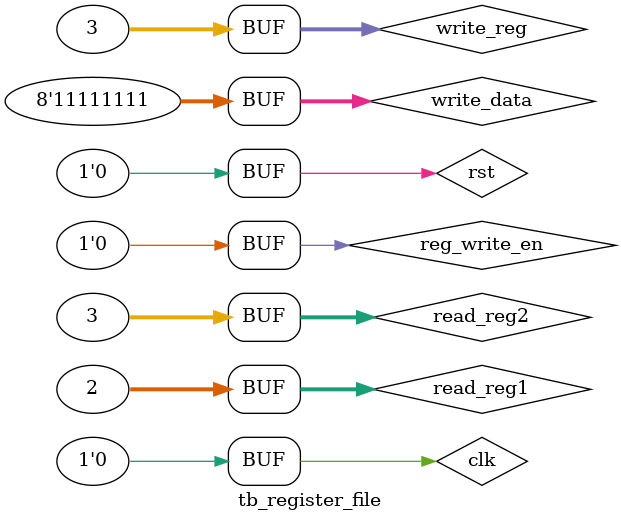
<source format=sv>
`include "defines.sv"

module tb_register_file();
	
	logic clk = 1'b0, rst = 1'b0, reg_write_en = 1'b0;
	int read_reg1, read_reg2, write_reg;
	logic [7:0] write_data , read_data1, read_data2;
	
	register_file uut(
	clk, rst, write_reg, write_data,
	reg_write_en, read_reg1, read_reg2,
	read_data1, read_data2
	);

	initial repeat (100) #200 clk = ~clk;
	
	initial begin
		#400
			rst = 1'b1; 
		#200
			reg_write_en = 1'b1;
			rst = 1'b0;
			write_data = 8'b10101010;
			write_reg = 2;
		
		#800
			reg_write_en = 1'b0;
		#400
			write_reg = 3;
			write_data = 8'b11111111;
			reg_write_en = 1'b1;			
		#800
			reg_write_en = 1'b0;
		#400
			read_reg1 = 2;
		#800
			read_reg2 = 3;
		
	end

endmodule


</source>
